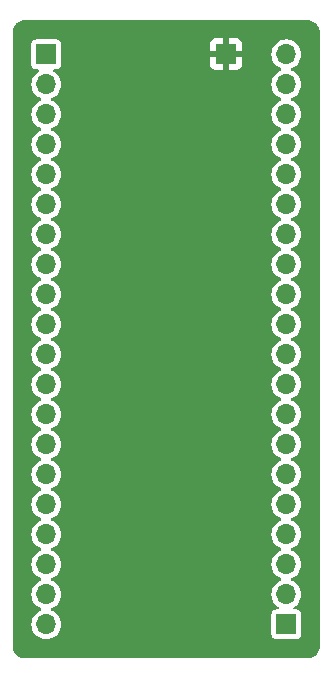
<source format=gbr>
%TF.GenerationSoftware,KiCad,Pcbnew,7.0.10*%
%TF.CreationDate,2024-01-15T01:50:30-05:00*%
%TF.ProjectId,Keyboard-connector-breakout,4b657962-6f61-4726-942d-636f6e6e6563,rev?*%
%TF.SameCoordinates,Original*%
%TF.FileFunction,Copper,L2,Bot*%
%TF.FilePolarity,Positive*%
%FSLAX46Y46*%
G04 Gerber Fmt 4.6, Leading zero omitted, Abs format (unit mm)*
G04 Created by KiCad (PCBNEW 7.0.10) date 2024-01-15 01:50:30*
%MOMM*%
%LPD*%
G01*
G04 APERTURE LIST*
%TA.AperFunction,ComponentPad*%
%ADD10R,1.700000X1.700000*%
%TD*%
%TA.AperFunction,ComponentPad*%
%ADD11O,1.700000X1.700000*%
%TD*%
%TA.AperFunction,ViaPad*%
%ADD12C,0.800000*%
%TD*%
G04 APERTURE END LIST*
D10*
%TO.P,J4,1,Pin_1*%
%TO.N,GND*%
X5080000Y24130000D03*
%TD*%
%TO.P,J3,1,Pin_1*%
%TO.N,Net-(J1-Pin_2)*%
X10160000Y-24130000D03*
D11*
%TO.P,J3,2,Pin_2*%
%TO.N,Net-(J1-Pin_4)*%
X10160000Y-21590000D03*
%TO.P,J3,3,Pin_3*%
%TO.N,Net-(J1-Pin_6)*%
X10160000Y-19050000D03*
%TO.P,J3,4,Pin_4*%
%TO.N,Net-(J1-Pin_8)*%
X10160000Y-16510000D03*
%TO.P,J3,5,Pin_5*%
%TO.N,Net-(J1-Pin_10)*%
X10160000Y-13970000D03*
%TO.P,J3,6,Pin_6*%
%TO.N,Net-(J1-Pin_12)*%
X10160000Y-11430000D03*
%TO.P,J3,7,Pin_7*%
%TO.N,Net-(J1-Pin_14)*%
X10160000Y-8890000D03*
%TO.P,J3,8,Pin_8*%
%TO.N,Net-(J1-Pin_16)*%
X10160000Y-6350000D03*
%TO.P,J3,9,Pin_9*%
%TO.N,Net-(J1-Pin_18)*%
X10160000Y-3810000D03*
%TO.P,J3,10,Pin_10*%
%TO.N,Net-(J1-Pin_20)*%
X10160000Y-1270000D03*
%TO.P,J3,11,Pin_11*%
%TO.N,Net-(J1-Pin_22)*%
X10160000Y1270000D03*
%TO.P,J3,12,Pin_12*%
%TO.N,Net-(J1-Pin_24)*%
X10160000Y3810000D03*
%TO.P,J3,13,Pin_13*%
%TO.N,Net-(J1-Pin_26)*%
X10160000Y6350000D03*
%TO.P,J3,14,Pin_14*%
%TO.N,Net-(J1-Pin_28)*%
X10160000Y8890000D03*
%TO.P,J3,15,Pin_15*%
%TO.N,Net-(J1-Pin_30)*%
X10160000Y11430000D03*
%TO.P,J3,16,Pin_16*%
%TO.N,Net-(J1-Pin_32)*%
X10160000Y13970000D03*
%TO.P,J3,17,Pin_17*%
%TO.N,Net-(J1-Pin_34)*%
X10160000Y16510000D03*
%TO.P,J3,18,Pin_18*%
%TO.N,Net-(J1-Pin_36)*%
X10160000Y19050000D03*
%TO.P,J3,19,Pin_19*%
%TO.N,Net-(J1-Pin_38)*%
X10160000Y21590000D03*
%TO.P,J3,20,Pin_20*%
%TO.N,Net-(J1-Pin_40)*%
X10160000Y24130000D03*
%TD*%
D10*
%TO.P,J2,1,Pin_1*%
%TO.N,Net-(J1-Pin_39)*%
X-10160000Y24130000D03*
D11*
%TO.P,J2,2,Pin_2*%
%TO.N,Net-(J1-Pin_37)*%
X-10160000Y21590000D03*
%TO.P,J2,3,Pin_3*%
%TO.N,Net-(J1-Pin_35)*%
X-10160000Y19050000D03*
%TO.P,J2,4,Pin_4*%
%TO.N,Net-(J1-Pin_33)*%
X-10160000Y16510000D03*
%TO.P,J2,5,Pin_5*%
%TO.N,Net-(J1-Pin_31)*%
X-10160000Y13970000D03*
%TO.P,J2,6,Pin_6*%
%TO.N,Net-(J1-Pin_29)*%
X-10160000Y11430000D03*
%TO.P,J2,7,Pin_7*%
%TO.N,Net-(J1-Pin_27)*%
X-10160000Y8890000D03*
%TO.P,J2,8,Pin_8*%
%TO.N,Net-(J1-Pin_25)*%
X-10160000Y6350000D03*
%TO.P,J2,9,Pin_9*%
%TO.N,Net-(J1-Pin_23)*%
X-10160000Y3810000D03*
%TO.P,J2,10,Pin_10*%
%TO.N,Net-(J1-Pin_21)*%
X-10160000Y1270000D03*
%TO.P,J2,11,Pin_11*%
%TO.N,Net-(J1-Pin_19)*%
X-10160000Y-1270000D03*
%TO.P,J2,12,Pin_12*%
%TO.N,Net-(J1-Pin_17)*%
X-10160000Y-3810000D03*
%TO.P,J2,13,Pin_13*%
%TO.N,Net-(J1-Pin_15)*%
X-10160000Y-6350000D03*
%TO.P,J2,14,Pin_14*%
%TO.N,Net-(J1-Pin_13)*%
X-10160000Y-8890000D03*
%TO.P,J2,15,Pin_15*%
%TO.N,Net-(J1-Pin_11)*%
X-10160000Y-11430000D03*
%TO.P,J2,16,Pin_16*%
%TO.N,Net-(J1-Pin_9)*%
X-10160000Y-13970000D03*
%TO.P,J2,17,Pin_17*%
%TO.N,Net-(J1-Pin_7)*%
X-10160000Y-16510000D03*
%TO.P,J2,18,Pin_18*%
%TO.N,Net-(J1-Pin_5)*%
X-10160000Y-19050000D03*
%TO.P,J2,19,Pin_19*%
%TO.N,Net-(J1-Pin_3)*%
X-10160000Y-21590000D03*
%TO.P,J2,20,Pin_20*%
%TO.N,Net-(J1-Pin_1)*%
X-10160000Y-24130000D03*
%TD*%
D12*
%TO.N,GND*%
X0Y0D03*
%TD*%
%TA.AperFunction,Conductor*%
%TO.N,GND*%
G36*
X12005392Y26999028D02*
G01*
X12009760Y26998646D01*
X12044776Y26995581D01*
X12046116Y26995456D01*
X12171760Y26983082D01*
X12191700Y26979454D01*
X12256382Y26962123D01*
X12260285Y26961008D01*
X12351562Y26933319D01*
X12367971Y26927041D01*
X12433835Y26896328D01*
X12439884Y26893304D01*
X12519046Y26850990D01*
X12531715Y26843207D01*
X12592889Y26800373D01*
X12600430Y26794652D01*
X12668455Y26738826D01*
X12677472Y26730653D01*
X12730653Y26677472D01*
X12738826Y26668455D01*
X12794652Y26600430D01*
X12800373Y26592889D01*
X12843207Y26531715D01*
X12850990Y26519046D01*
X12893304Y26439884D01*
X12896328Y26433835D01*
X12927041Y26367971D01*
X12933319Y26351562D01*
X12961008Y26260285D01*
X12962123Y26256382D01*
X12979454Y26191700D01*
X12983082Y26171760D01*
X12995456Y26046116D01*
X12995581Y26044776D01*
X12999028Y26005396D01*
X12999500Y25994583D01*
X12999500Y-25994583D01*
X12999028Y-26005396D01*
X12995581Y-26044776D01*
X12995456Y-26046116D01*
X12983082Y-26171760D01*
X12979454Y-26191700D01*
X12962123Y-26256382D01*
X12961008Y-26260285D01*
X12933319Y-26351562D01*
X12927041Y-26367971D01*
X12896328Y-26433835D01*
X12893304Y-26439884D01*
X12850990Y-26519046D01*
X12843207Y-26531715D01*
X12800373Y-26592889D01*
X12794652Y-26600430D01*
X12738826Y-26668455D01*
X12730653Y-26677472D01*
X12677472Y-26730653D01*
X12668455Y-26738826D01*
X12600430Y-26794652D01*
X12592889Y-26800373D01*
X12531715Y-26843207D01*
X12519046Y-26850990D01*
X12439884Y-26893304D01*
X12433835Y-26896328D01*
X12367971Y-26927041D01*
X12351562Y-26933319D01*
X12260285Y-26961008D01*
X12256382Y-26962123D01*
X12191700Y-26979454D01*
X12171760Y-26983082D01*
X12046116Y-26995456D01*
X12044776Y-26995581D01*
X12009760Y-26998646D01*
X12005392Y-26999028D01*
X11994584Y-26999500D01*
X-11994584Y-26999500D01*
X-12005392Y-26999028D01*
X-12009760Y-26998646D01*
X-12044776Y-26995581D01*
X-12046116Y-26995456D01*
X-12171759Y-26983082D01*
X-12191699Y-26979454D01*
X-12256366Y-26962127D01*
X-12260269Y-26961013D01*
X-12351563Y-26933319D01*
X-12367972Y-26927040D01*
X-12433832Y-26896329D01*
X-12439880Y-26893305D01*
X-12519056Y-26850985D01*
X-12531727Y-26843201D01*
X-12592881Y-26800380D01*
X-12600422Y-26794659D01*
X-12668461Y-26738821D01*
X-12677477Y-26730649D01*
X-12730649Y-26677477D01*
X-12738821Y-26668461D01*
X-12794659Y-26600422D01*
X-12800380Y-26592881D01*
X-12843201Y-26531727D01*
X-12850985Y-26519056D01*
X-12893305Y-26439880D01*
X-12896329Y-26433832D01*
X-12927040Y-26367972D01*
X-12933319Y-26351563D01*
X-12961013Y-26260269D01*
X-12962127Y-26256366D01*
X-12979454Y-26191699D01*
X-12983082Y-26171759D01*
X-12995456Y-26046116D01*
X-12995581Y-26044776D01*
X-12999028Y-26005396D01*
X-12999500Y-25994583D01*
X-12999500Y-24130000D01*
X-11415277Y-24130000D01*
X-11396207Y-24347977D01*
X-11339575Y-24559330D01*
X-11247102Y-24757639D01*
X-11121598Y-24936877D01*
X-10966877Y-25091598D01*
X-10787639Y-25217102D01*
X-10589330Y-25309575D01*
X-10377977Y-25366207D01*
X-10192462Y-25382437D01*
X-10160002Y-25385277D01*
X-10160000Y-25385277D01*
X-10159998Y-25385277D01*
X-10129787Y-25382633D01*
X-9942023Y-25366207D01*
X-9730670Y-25309575D01*
X-9532361Y-25217102D01*
X-9353123Y-25091598D01*
X-9198402Y-24936877D01*
X-9072898Y-24757639D01*
X-9072897Y-24757638D01*
X-9026661Y-24658484D01*
X-8980425Y-24559330D01*
X-8980424Y-24559326D01*
X-8980422Y-24559322D01*
X-8923793Y-24347979D01*
X-8923793Y-24347975D01*
X-8904723Y-24130002D01*
X-8904723Y-24129997D01*
X-8923793Y-23912024D01*
X-8923793Y-23912020D01*
X-8980422Y-23700677D01*
X-8980426Y-23700668D01*
X-9072898Y-23502361D01*
X-9072900Y-23502357D01*
X-9198400Y-23323124D01*
X-9353122Y-23168403D01*
X-9372695Y-23154698D01*
X-9394462Y-23139455D01*
X-9532361Y-23042897D01*
X-9683583Y-22972382D01*
X-9736022Y-22926210D01*
X-9755174Y-22859016D01*
X-9734958Y-22792135D01*
X-9683583Y-22747618D01*
X-9532361Y-22677102D01*
X-9499261Y-22653925D01*
X-9353123Y-22551598D01*
X-9198402Y-22396877D01*
X-9072898Y-22217639D01*
X-9072897Y-22217638D01*
X-9026661Y-22118484D01*
X-8980425Y-22019330D01*
X-8980424Y-22019326D01*
X-8980422Y-22019322D01*
X-8923793Y-21807979D01*
X-8923793Y-21807975D01*
X-8904723Y-21590002D01*
X8904723Y-21590002D01*
X8923793Y-21807975D01*
X8923793Y-21807979D01*
X8980422Y-22019322D01*
X8980424Y-22019326D01*
X8980425Y-22019330D01*
X9026661Y-22118484D01*
X9072897Y-22217638D01*
X9072898Y-22217639D01*
X9198402Y-22396877D01*
X9353123Y-22551598D01*
X9499263Y-22653926D01*
X9542887Y-22708502D01*
X9550081Y-22778000D01*
X9518558Y-22840355D01*
X9458328Y-22875769D01*
X9428140Y-22879500D01*
X9278482Y-22879500D01*
X9197519Y-22892323D01*
X9184696Y-22894354D01*
X9071658Y-22951950D01*
X9071657Y-22951951D01*
X9071652Y-22951954D01*
X8981954Y-23041652D01*
X8981951Y-23041657D01*
X8981950Y-23041658D01*
X8962751Y-23079337D01*
X8924352Y-23154698D01*
X8909500Y-23248475D01*
X8909500Y-25011517D01*
X8920292Y-25079657D01*
X8924354Y-25105304D01*
X8981950Y-25218342D01*
X8981952Y-25218344D01*
X8981954Y-25218347D01*
X9071652Y-25308045D01*
X9071654Y-25308046D01*
X9071658Y-25308050D01*
X9184694Y-25365645D01*
X9184698Y-25365647D01*
X9278475Y-25380499D01*
X9278481Y-25380500D01*
X11041518Y-25380499D01*
X11135304Y-25365646D01*
X11248342Y-25308050D01*
X11338050Y-25218342D01*
X11395646Y-25105304D01*
X11395646Y-25105302D01*
X11395647Y-25105301D01*
X11410499Y-25011524D01*
X11410500Y-25011519D01*
X11410499Y-23248482D01*
X11395646Y-23154696D01*
X11338050Y-23041658D01*
X11338046Y-23041654D01*
X11338045Y-23041652D01*
X11248347Y-22951954D01*
X11248344Y-22951952D01*
X11248342Y-22951950D01*
X11171517Y-22912805D01*
X11135301Y-22894352D01*
X11041524Y-22879500D01*
X10891862Y-22879500D01*
X10824823Y-22859815D01*
X10779068Y-22807011D01*
X10769124Y-22737853D01*
X10798149Y-22674297D01*
X10820734Y-22653928D01*
X10966877Y-22551598D01*
X11121598Y-22396877D01*
X11247102Y-22217639D01*
X11339575Y-22019330D01*
X11396207Y-21807977D01*
X11415277Y-21590000D01*
X11396207Y-21372023D01*
X11339575Y-21160670D01*
X11247102Y-20962362D01*
X11247100Y-20962359D01*
X11247099Y-20962357D01*
X11121599Y-20783124D01*
X11121596Y-20783121D01*
X10966877Y-20628402D01*
X10787639Y-20502898D01*
X10636414Y-20432381D01*
X10583977Y-20386210D01*
X10564825Y-20319016D01*
X10585041Y-20252135D01*
X10636414Y-20207618D01*
X10787639Y-20137102D01*
X10966877Y-20011598D01*
X11121598Y-19856877D01*
X11247102Y-19677639D01*
X11339575Y-19479330D01*
X11396207Y-19267977D01*
X11415277Y-19050000D01*
X11396207Y-18832023D01*
X11339575Y-18620670D01*
X11247102Y-18422362D01*
X11247100Y-18422359D01*
X11247099Y-18422357D01*
X11121599Y-18243124D01*
X11121596Y-18243121D01*
X10966877Y-18088402D01*
X10787639Y-17962898D01*
X10636414Y-17892381D01*
X10583977Y-17846210D01*
X10564825Y-17779016D01*
X10585041Y-17712135D01*
X10636414Y-17667618D01*
X10787639Y-17597102D01*
X10966877Y-17471598D01*
X11121598Y-17316877D01*
X11247102Y-17137639D01*
X11339575Y-16939330D01*
X11396207Y-16727977D01*
X11415277Y-16510000D01*
X11396207Y-16292023D01*
X11339575Y-16080670D01*
X11247102Y-15882362D01*
X11247100Y-15882359D01*
X11247099Y-15882357D01*
X11121599Y-15703124D01*
X11121596Y-15703121D01*
X10966877Y-15548402D01*
X10787639Y-15422898D01*
X10636414Y-15352381D01*
X10583977Y-15306210D01*
X10564825Y-15239016D01*
X10585041Y-15172135D01*
X10636414Y-15127618D01*
X10787639Y-15057102D01*
X10966877Y-14931598D01*
X11121598Y-14776877D01*
X11247102Y-14597639D01*
X11339575Y-14399330D01*
X11396207Y-14187977D01*
X11415277Y-13970000D01*
X11396207Y-13752023D01*
X11339575Y-13540670D01*
X11247102Y-13342362D01*
X11247100Y-13342359D01*
X11247099Y-13342357D01*
X11121599Y-13163124D01*
X11121596Y-13163121D01*
X10966877Y-13008402D01*
X10787639Y-12882898D01*
X10636414Y-12812381D01*
X10583977Y-12766210D01*
X10564825Y-12699016D01*
X10585041Y-12632135D01*
X10636414Y-12587618D01*
X10787639Y-12517102D01*
X10966877Y-12391598D01*
X11121598Y-12236877D01*
X11247102Y-12057639D01*
X11339575Y-11859330D01*
X11396207Y-11647977D01*
X11415277Y-11430000D01*
X11396207Y-11212023D01*
X11339575Y-11000670D01*
X11247102Y-10802362D01*
X11247100Y-10802359D01*
X11247099Y-10802357D01*
X11121599Y-10623124D01*
X11121596Y-10623121D01*
X10966877Y-10468402D01*
X10787639Y-10342898D01*
X10636414Y-10272381D01*
X10583977Y-10226210D01*
X10564825Y-10159016D01*
X10585041Y-10092135D01*
X10636414Y-10047618D01*
X10787639Y-9977102D01*
X10966877Y-9851598D01*
X11121598Y-9696877D01*
X11247102Y-9517639D01*
X11339575Y-9319330D01*
X11396207Y-9107977D01*
X11415277Y-8890000D01*
X11396207Y-8672023D01*
X11339575Y-8460670D01*
X11247102Y-8262362D01*
X11247100Y-8262359D01*
X11247099Y-8262357D01*
X11121599Y-8083124D01*
X11121596Y-8083121D01*
X10966877Y-7928402D01*
X10787639Y-7802898D01*
X10636414Y-7732381D01*
X10583977Y-7686210D01*
X10564825Y-7619016D01*
X10585041Y-7552135D01*
X10636414Y-7507618D01*
X10787639Y-7437102D01*
X10966877Y-7311598D01*
X11121598Y-7156877D01*
X11247102Y-6977639D01*
X11339575Y-6779330D01*
X11396207Y-6567977D01*
X11415277Y-6350000D01*
X11396207Y-6132023D01*
X11339575Y-5920670D01*
X11247102Y-5722362D01*
X11247100Y-5722359D01*
X11247099Y-5722357D01*
X11121599Y-5543124D01*
X11121596Y-5543121D01*
X10966877Y-5388402D01*
X10787639Y-5262898D01*
X10636414Y-5192381D01*
X10583977Y-5146210D01*
X10564825Y-5079016D01*
X10585041Y-5012135D01*
X10636414Y-4967618D01*
X10787639Y-4897102D01*
X10966877Y-4771598D01*
X11121598Y-4616877D01*
X11247102Y-4437639D01*
X11339575Y-4239330D01*
X11396207Y-4027977D01*
X11415277Y-3810000D01*
X11396207Y-3592023D01*
X11339575Y-3380670D01*
X11247102Y-3182362D01*
X11247100Y-3182359D01*
X11247099Y-3182357D01*
X11121599Y-3003124D01*
X11121596Y-3003121D01*
X10966877Y-2848402D01*
X10787639Y-2722898D01*
X10636414Y-2652381D01*
X10583977Y-2606210D01*
X10564825Y-2539016D01*
X10585041Y-2472135D01*
X10636414Y-2427618D01*
X10787639Y-2357102D01*
X10966877Y-2231598D01*
X11121598Y-2076877D01*
X11247102Y-1897639D01*
X11339575Y-1699330D01*
X11396207Y-1487977D01*
X11415277Y-1270000D01*
X11396207Y-1052023D01*
X11339575Y-840670D01*
X11247102Y-642362D01*
X11247100Y-642359D01*
X11247099Y-642357D01*
X11121599Y-463124D01*
X11121596Y-463121D01*
X10966877Y-308402D01*
X10787639Y-182898D01*
X10636414Y-112381D01*
X10583977Y-66210D01*
X10564825Y984D01*
X10585041Y67865D01*
X10636414Y112381D01*
X10787639Y182898D01*
X10966877Y308402D01*
X11121598Y463123D01*
X11247102Y642361D01*
X11339575Y840670D01*
X11396207Y1052023D01*
X11415277Y1270000D01*
X11396207Y1487977D01*
X11339575Y1699330D01*
X11247102Y1897638D01*
X11121598Y2076877D01*
X10966877Y2231598D01*
X10787639Y2357102D01*
X10636414Y2427618D01*
X10583977Y2473790D01*
X10564825Y2540984D01*
X10585041Y2607865D01*
X10636414Y2652381D01*
X10787639Y2722898D01*
X10966877Y2848402D01*
X11121598Y3003123D01*
X11247102Y3182361D01*
X11339575Y3380670D01*
X11396207Y3592023D01*
X11415277Y3810000D01*
X11396207Y4027977D01*
X11339575Y4239330D01*
X11247102Y4437638D01*
X11121598Y4616877D01*
X10966877Y4771598D01*
X10787639Y4897102D01*
X10636414Y4967618D01*
X10583977Y5013790D01*
X10564825Y5080984D01*
X10585041Y5147865D01*
X10636414Y5192381D01*
X10787639Y5262898D01*
X10966877Y5388402D01*
X11121598Y5543123D01*
X11247102Y5722361D01*
X11339575Y5920670D01*
X11396207Y6132023D01*
X11415277Y6350000D01*
X11396207Y6567977D01*
X11339575Y6779330D01*
X11247102Y6977638D01*
X11121598Y7156877D01*
X10966877Y7311598D01*
X10787639Y7437102D01*
X10636414Y7507618D01*
X10583977Y7553790D01*
X10564825Y7620984D01*
X10585041Y7687865D01*
X10636414Y7732381D01*
X10787639Y7802898D01*
X10966877Y7928402D01*
X11121598Y8083123D01*
X11247102Y8262361D01*
X11339575Y8460670D01*
X11396207Y8672023D01*
X11415277Y8890000D01*
X11396207Y9107977D01*
X11339575Y9319330D01*
X11247102Y9517638D01*
X11121598Y9696877D01*
X10966877Y9851598D01*
X10787639Y9977102D01*
X10636414Y10047618D01*
X10583977Y10093790D01*
X10564825Y10160984D01*
X10585041Y10227865D01*
X10636414Y10272381D01*
X10787639Y10342898D01*
X10966877Y10468402D01*
X11121598Y10623123D01*
X11247102Y10802361D01*
X11339575Y11000670D01*
X11396207Y11212023D01*
X11415277Y11430000D01*
X11396207Y11647977D01*
X11339575Y11859330D01*
X11247102Y12057638D01*
X11121598Y12236877D01*
X10966877Y12391598D01*
X10787639Y12517102D01*
X10636414Y12587618D01*
X10583977Y12633790D01*
X10564825Y12700984D01*
X10585041Y12767865D01*
X10636414Y12812381D01*
X10787639Y12882898D01*
X10966877Y13008402D01*
X11121598Y13163123D01*
X11247102Y13342361D01*
X11339575Y13540670D01*
X11396207Y13752023D01*
X11415277Y13970000D01*
X11396207Y14187977D01*
X11339575Y14399330D01*
X11247102Y14597638D01*
X11121598Y14776877D01*
X10966877Y14931598D01*
X10787639Y15057102D01*
X10636414Y15127618D01*
X10583977Y15173790D01*
X10564825Y15240984D01*
X10585041Y15307865D01*
X10636414Y15352381D01*
X10787639Y15422898D01*
X10966877Y15548402D01*
X11121598Y15703123D01*
X11247102Y15882361D01*
X11339575Y16080670D01*
X11396207Y16292023D01*
X11415277Y16510000D01*
X11396207Y16727977D01*
X11339575Y16939330D01*
X11247102Y17137638D01*
X11121598Y17316877D01*
X10966877Y17471598D01*
X10787639Y17597102D01*
X10636414Y17667618D01*
X10583977Y17713790D01*
X10564825Y17780984D01*
X10585041Y17847865D01*
X10636414Y17892381D01*
X10787639Y17962898D01*
X10966877Y18088402D01*
X11121598Y18243123D01*
X11247102Y18422361D01*
X11339575Y18620670D01*
X11396207Y18832023D01*
X11415277Y19050000D01*
X11396207Y19267977D01*
X11339575Y19479330D01*
X11247102Y19677638D01*
X11121598Y19856877D01*
X10966877Y20011598D01*
X10787639Y20137102D01*
X10636414Y20207618D01*
X10583977Y20253790D01*
X10564825Y20320984D01*
X10585041Y20387865D01*
X10636414Y20432381D01*
X10787639Y20502898D01*
X10966877Y20628402D01*
X11121598Y20783123D01*
X11247102Y20962361D01*
X11339575Y21160670D01*
X11396207Y21372023D01*
X11415277Y21590000D01*
X11396207Y21807977D01*
X11339575Y22019330D01*
X11247102Y22217638D01*
X11121598Y22396877D01*
X10966877Y22551598D01*
X10787639Y22677102D01*
X10636414Y22747618D01*
X10583977Y22793790D01*
X10564825Y22860984D01*
X10585041Y22927865D01*
X10636414Y22972381D01*
X10787639Y23042898D01*
X10966877Y23168402D01*
X11121598Y23323123D01*
X11247102Y23502361D01*
X11339575Y23700670D01*
X11396207Y23912023D01*
X11415277Y24130000D01*
X11396207Y24347977D01*
X11339575Y24559330D01*
X11247102Y24757638D01*
X11121598Y24936877D01*
X10966877Y25091598D01*
X10787639Y25217102D01*
X10589330Y25309575D01*
X10377977Y25366207D01*
X10192462Y25382437D01*
X10160002Y25385277D01*
X10159998Y25385277D01*
X10129787Y25382633D01*
X9942023Y25366207D01*
X9730670Y25309575D01*
X9532362Y25217102D01*
X9532361Y25217101D01*
X9532357Y25217099D01*
X9353121Y25091597D01*
X9198402Y24936878D01*
X9072900Y24757642D01*
X9072898Y24757638D01*
X8980425Y24559330D01*
X8980424Y24559326D01*
X8980422Y24559322D01*
X8923793Y24347979D01*
X8923793Y24347977D01*
X8904723Y24130000D01*
X8923081Y23920156D01*
X8923793Y23912024D01*
X8923793Y23912020D01*
X8980422Y23700677D01*
X8980426Y23700668D01*
X9072897Y23502361D01*
X9198406Y23323118D01*
X9353118Y23168406D01*
X9353121Y23168403D01*
X9353123Y23168402D01*
X9412782Y23126627D01*
X9532361Y23042897D01*
X9683583Y22972381D01*
X9736022Y22926208D01*
X9755174Y22859014D01*
X9734958Y22792133D01*
X9683585Y22747618D01*
X9532362Y22677102D01*
X9532361Y22677101D01*
X9532357Y22677099D01*
X9353121Y22551597D01*
X9198402Y22396878D01*
X9072900Y22217642D01*
X9072898Y22217638D01*
X8980425Y22019330D01*
X8980424Y22019326D01*
X8980422Y22019322D01*
X8923793Y21807979D01*
X8923793Y21807975D01*
X8904723Y21590002D01*
X8904723Y21589997D01*
X8923793Y21372024D01*
X8923793Y21372020D01*
X8980422Y21160677D01*
X8980426Y21160668D01*
X9072897Y20962361D01*
X9198406Y20783118D01*
X9353118Y20628406D01*
X9353121Y20628403D01*
X9353123Y20628402D01*
X9412782Y20586627D01*
X9532361Y20502897D01*
X9683583Y20432381D01*
X9736022Y20386208D01*
X9755174Y20319014D01*
X9734958Y20252133D01*
X9683585Y20207618D01*
X9532362Y20137102D01*
X9532361Y20137101D01*
X9532357Y20137099D01*
X9353121Y20011597D01*
X9198402Y19856878D01*
X9072900Y19677642D01*
X9072898Y19677638D01*
X8980425Y19479330D01*
X8980424Y19479326D01*
X8980422Y19479322D01*
X8923793Y19267979D01*
X8923793Y19267975D01*
X8904723Y19050002D01*
X8904723Y19049997D01*
X8923793Y18832024D01*
X8923793Y18832020D01*
X8980422Y18620677D01*
X8980426Y18620668D01*
X9072897Y18422361D01*
X9198406Y18243118D01*
X9353118Y18088406D01*
X9353121Y18088403D01*
X9353123Y18088402D01*
X9412782Y18046627D01*
X9532361Y17962897D01*
X9683583Y17892381D01*
X9736022Y17846208D01*
X9755174Y17779014D01*
X9734958Y17712133D01*
X9683585Y17667618D01*
X9532362Y17597102D01*
X9532361Y17597101D01*
X9532357Y17597099D01*
X9353121Y17471597D01*
X9198402Y17316878D01*
X9072900Y17137642D01*
X9072898Y17137638D01*
X8980425Y16939330D01*
X8980424Y16939326D01*
X8980422Y16939322D01*
X8923793Y16727979D01*
X8923793Y16727975D01*
X8904723Y16510002D01*
X8904723Y16509997D01*
X8923793Y16292024D01*
X8923793Y16292020D01*
X8980422Y16080677D01*
X8980426Y16080668D01*
X9072897Y15882361D01*
X9198406Y15703118D01*
X9353118Y15548406D01*
X9353121Y15548403D01*
X9353123Y15548402D01*
X9412782Y15506627D01*
X9532361Y15422897D01*
X9683583Y15352381D01*
X9736022Y15306208D01*
X9755174Y15239014D01*
X9734958Y15172133D01*
X9683585Y15127618D01*
X9532362Y15057102D01*
X9532361Y15057101D01*
X9532357Y15057099D01*
X9353121Y14931597D01*
X9198402Y14776878D01*
X9072900Y14597642D01*
X9072898Y14597638D01*
X8980425Y14399330D01*
X8980424Y14399326D01*
X8980422Y14399322D01*
X8923793Y14187979D01*
X8923793Y14187975D01*
X8904723Y13970002D01*
X8904723Y13969997D01*
X8923793Y13752024D01*
X8923793Y13752020D01*
X8980422Y13540677D01*
X8980426Y13540668D01*
X9072897Y13342361D01*
X9198406Y13163118D01*
X9353118Y13008406D01*
X9353121Y13008403D01*
X9353123Y13008402D01*
X9412782Y12966627D01*
X9532361Y12882897D01*
X9683583Y12812381D01*
X9736022Y12766208D01*
X9755174Y12699014D01*
X9734958Y12632133D01*
X9683585Y12587618D01*
X9532362Y12517102D01*
X9532361Y12517101D01*
X9532357Y12517099D01*
X9353121Y12391597D01*
X9198402Y12236878D01*
X9072900Y12057642D01*
X9072898Y12057638D01*
X8980425Y11859330D01*
X8980424Y11859326D01*
X8980422Y11859322D01*
X8923793Y11647979D01*
X8923793Y11647975D01*
X8904723Y11430002D01*
X8904723Y11429997D01*
X8923793Y11212024D01*
X8923793Y11212020D01*
X8980422Y11000677D01*
X8980426Y11000668D01*
X9072897Y10802361D01*
X9198406Y10623118D01*
X9353118Y10468406D01*
X9353121Y10468403D01*
X9353123Y10468402D01*
X9412782Y10426627D01*
X9532361Y10342897D01*
X9683583Y10272381D01*
X9736022Y10226208D01*
X9755174Y10159014D01*
X9734958Y10092133D01*
X9683585Y10047618D01*
X9532362Y9977102D01*
X9532361Y9977101D01*
X9532357Y9977099D01*
X9353121Y9851597D01*
X9198402Y9696878D01*
X9072900Y9517642D01*
X9072898Y9517638D01*
X8980425Y9319330D01*
X8980424Y9319326D01*
X8980422Y9319322D01*
X8923793Y9107979D01*
X8923793Y9107975D01*
X8904723Y8890002D01*
X8904723Y8889997D01*
X8923793Y8672024D01*
X8923793Y8672020D01*
X8980422Y8460677D01*
X8980426Y8460668D01*
X9072897Y8262361D01*
X9198406Y8083118D01*
X9353118Y7928406D01*
X9353121Y7928403D01*
X9353123Y7928402D01*
X9412782Y7886627D01*
X9532361Y7802897D01*
X9683583Y7732381D01*
X9736022Y7686208D01*
X9755174Y7619014D01*
X9734958Y7552133D01*
X9683585Y7507618D01*
X9532362Y7437102D01*
X9532361Y7437101D01*
X9532357Y7437099D01*
X9353121Y7311597D01*
X9198402Y7156878D01*
X9072900Y6977642D01*
X9072898Y6977638D01*
X8980425Y6779330D01*
X8980424Y6779326D01*
X8980422Y6779322D01*
X8923793Y6567979D01*
X8923793Y6567975D01*
X8904723Y6350002D01*
X8904723Y6349997D01*
X8923793Y6132024D01*
X8923793Y6132020D01*
X8980422Y5920677D01*
X8980426Y5920668D01*
X9072897Y5722361D01*
X9198406Y5543118D01*
X9353118Y5388406D01*
X9353121Y5388403D01*
X9353123Y5388402D01*
X9412782Y5346627D01*
X9532361Y5262897D01*
X9683583Y5192381D01*
X9736022Y5146208D01*
X9755174Y5079014D01*
X9734958Y5012133D01*
X9683585Y4967618D01*
X9532362Y4897102D01*
X9532361Y4897101D01*
X9532357Y4897099D01*
X9353121Y4771597D01*
X9198402Y4616878D01*
X9072900Y4437642D01*
X9072898Y4437638D01*
X8980425Y4239330D01*
X8980424Y4239326D01*
X8980422Y4239322D01*
X8923793Y4027979D01*
X8923793Y4027975D01*
X8904723Y3810002D01*
X8904723Y3809997D01*
X8923793Y3592024D01*
X8923793Y3592020D01*
X8980422Y3380677D01*
X8980426Y3380668D01*
X9072897Y3182361D01*
X9198406Y3003118D01*
X9353118Y2848406D01*
X9353121Y2848403D01*
X9353123Y2848402D01*
X9412782Y2806627D01*
X9532361Y2722897D01*
X9683583Y2652381D01*
X9736022Y2606208D01*
X9755174Y2539014D01*
X9734958Y2472133D01*
X9683585Y2427618D01*
X9532362Y2357102D01*
X9532361Y2357101D01*
X9532357Y2357099D01*
X9353121Y2231597D01*
X9198402Y2076878D01*
X9072900Y1897642D01*
X9072898Y1897638D01*
X8980425Y1699330D01*
X8980424Y1699326D01*
X8980422Y1699322D01*
X8923793Y1487979D01*
X8923793Y1487975D01*
X8904723Y1270002D01*
X8904723Y1269997D01*
X8923793Y1052024D01*
X8923793Y1052020D01*
X8980422Y840677D01*
X8980426Y840668D01*
X9072897Y642361D01*
X9198406Y463118D01*
X9353118Y308406D01*
X9353121Y308403D01*
X9353123Y308402D01*
X9412782Y266627D01*
X9532361Y182897D01*
X9683583Y112382D01*
X9736022Y66210D01*
X9755174Y-984D01*
X9734958Y-67865D01*
X9683583Y-112382D01*
X9532361Y-182898D01*
X9532357Y-182900D01*
X9353121Y-308402D01*
X9198402Y-463121D01*
X9072900Y-642357D01*
X9072898Y-642361D01*
X8980426Y-840668D01*
X8980422Y-840677D01*
X8923793Y-1052020D01*
X8923793Y-1052024D01*
X8904723Y-1269997D01*
X8904723Y-1270002D01*
X8923793Y-1487975D01*
X8923793Y-1487979D01*
X8980422Y-1699322D01*
X8980424Y-1699326D01*
X8980425Y-1699330D01*
X9026661Y-1798484D01*
X9072897Y-1897638D01*
X9072898Y-1897639D01*
X9198402Y-2076877D01*
X9353123Y-2231598D01*
X9532360Y-2357101D01*
X9532361Y-2357102D01*
X9683583Y-2427618D01*
X9736022Y-2473790D01*
X9755174Y-2540984D01*
X9734958Y-2607865D01*
X9683583Y-2652382D01*
X9532361Y-2722898D01*
X9532357Y-2722900D01*
X9353121Y-2848402D01*
X9198402Y-3003121D01*
X9072900Y-3182357D01*
X9072898Y-3182361D01*
X8980426Y-3380668D01*
X8980422Y-3380677D01*
X8923793Y-3592020D01*
X8923793Y-3592024D01*
X8904723Y-3809997D01*
X8904723Y-3810002D01*
X8923793Y-4027975D01*
X8923793Y-4027979D01*
X8980422Y-4239322D01*
X8980424Y-4239326D01*
X8980425Y-4239330D01*
X9026661Y-4338484D01*
X9072897Y-4437638D01*
X9072898Y-4437639D01*
X9198402Y-4616877D01*
X9353123Y-4771598D01*
X9532360Y-4897101D01*
X9532361Y-4897102D01*
X9683583Y-4967618D01*
X9736022Y-5013790D01*
X9755174Y-5080984D01*
X9734958Y-5147865D01*
X9683583Y-5192382D01*
X9532361Y-5262898D01*
X9532357Y-5262900D01*
X9353121Y-5388402D01*
X9198402Y-5543121D01*
X9072900Y-5722357D01*
X9072898Y-5722361D01*
X8980426Y-5920668D01*
X8980422Y-5920677D01*
X8923793Y-6132020D01*
X8923793Y-6132024D01*
X8904723Y-6349997D01*
X8904723Y-6350002D01*
X8923793Y-6567975D01*
X8923793Y-6567979D01*
X8980422Y-6779322D01*
X8980424Y-6779326D01*
X8980425Y-6779330D01*
X9026661Y-6878484D01*
X9072897Y-6977638D01*
X9072898Y-6977639D01*
X9198402Y-7156877D01*
X9353123Y-7311598D01*
X9532360Y-7437101D01*
X9532361Y-7437102D01*
X9683583Y-7507618D01*
X9736022Y-7553790D01*
X9755174Y-7620984D01*
X9734958Y-7687865D01*
X9683583Y-7732382D01*
X9532361Y-7802898D01*
X9532357Y-7802900D01*
X9353121Y-7928402D01*
X9198402Y-8083121D01*
X9072900Y-8262357D01*
X9072898Y-8262361D01*
X8980426Y-8460668D01*
X8980422Y-8460677D01*
X8923793Y-8672020D01*
X8923793Y-8672024D01*
X8904723Y-8889997D01*
X8904723Y-8890002D01*
X8923793Y-9107975D01*
X8923793Y-9107979D01*
X8980422Y-9319322D01*
X8980424Y-9319326D01*
X8980425Y-9319330D01*
X9026661Y-9418484D01*
X9072897Y-9517638D01*
X9072898Y-9517639D01*
X9198402Y-9696877D01*
X9353123Y-9851598D01*
X9532360Y-9977101D01*
X9532361Y-9977102D01*
X9683583Y-10047618D01*
X9736022Y-10093790D01*
X9755174Y-10160984D01*
X9734958Y-10227865D01*
X9683583Y-10272382D01*
X9532361Y-10342898D01*
X9532357Y-10342900D01*
X9353121Y-10468402D01*
X9198402Y-10623121D01*
X9072900Y-10802357D01*
X9072898Y-10802361D01*
X8980426Y-11000668D01*
X8980422Y-11000677D01*
X8923793Y-11212020D01*
X8923793Y-11212024D01*
X8904723Y-11429997D01*
X8904723Y-11430002D01*
X8923793Y-11647975D01*
X8923793Y-11647979D01*
X8980422Y-11859322D01*
X8980424Y-11859326D01*
X8980425Y-11859330D01*
X9026661Y-11958484D01*
X9072897Y-12057638D01*
X9072898Y-12057639D01*
X9198402Y-12236877D01*
X9353123Y-12391598D01*
X9532360Y-12517101D01*
X9532361Y-12517102D01*
X9683583Y-12587618D01*
X9736022Y-12633790D01*
X9755174Y-12700984D01*
X9734958Y-12767865D01*
X9683583Y-12812382D01*
X9532361Y-12882898D01*
X9532357Y-12882900D01*
X9353121Y-13008402D01*
X9198402Y-13163121D01*
X9072900Y-13342357D01*
X9072898Y-13342361D01*
X8980426Y-13540668D01*
X8980422Y-13540677D01*
X8923793Y-13752020D01*
X8923793Y-13752024D01*
X8904723Y-13969997D01*
X8904723Y-13970002D01*
X8923793Y-14187975D01*
X8923793Y-14187979D01*
X8980422Y-14399322D01*
X8980424Y-14399326D01*
X8980425Y-14399330D01*
X9026661Y-14498484D01*
X9072897Y-14597638D01*
X9072898Y-14597639D01*
X9198402Y-14776877D01*
X9353123Y-14931598D01*
X9532360Y-15057101D01*
X9532361Y-15057102D01*
X9683583Y-15127618D01*
X9736022Y-15173790D01*
X9755174Y-15240984D01*
X9734958Y-15307865D01*
X9683583Y-15352382D01*
X9532361Y-15422898D01*
X9532357Y-15422900D01*
X9353121Y-15548402D01*
X9198402Y-15703121D01*
X9072900Y-15882357D01*
X9072898Y-15882361D01*
X8980426Y-16080668D01*
X8980422Y-16080677D01*
X8923793Y-16292020D01*
X8923793Y-16292024D01*
X8904723Y-16509997D01*
X8904723Y-16510002D01*
X8923793Y-16727975D01*
X8923793Y-16727979D01*
X8980422Y-16939322D01*
X8980424Y-16939326D01*
X8980425Y-16939330D01*
X9026661Y-17038484D01*
X9072897Y-17137638D01*
X9072898Y-17137639D01*
X9198402Y-17316877D01*
X9353123Y-17471598D01*
X9532360Y-17597101D01*
X9532361Y-17597102D01*
X9683583Y-17667618D01*
X9736022Y-17713790D01*
X9755174Y-17780984D01*
X9734958Y-17847865D01*
X9683583Y-17892382D01*
X9532361Y-17962898D01*
X9532357Y-17962900D01*
X9353121Y-18088402D01*
X9198402Y-18243121D01*
X9072900Y-18422357D01*
X9072898Y-18422361D01*
X8980426Y-18620668D01*
X8980422Y-18620677D01*
X8923793Y-18832020D01*
X8923793Y-18832024D01*
X8904723Y-19049997D01*
X8904723Y-19050002D01*
X8923793Y-19267975D01*
X8923793Y-19267979D01*
X8980422Y-19479322D01*
X8980424Y-19479326D01*
X8980425Y-19479330D01*
X9026661Y-19578484D01*
X9072897Y-19677638D01*
X9072898Y-19677639D01*
X9198402Y-19856877D01*
X9353123Y-20011598D01*
X9532360Y-20137101D01*
X9532361Y-20137102D01*
X9683583Y-20207618D01*
X9736022Y-20253790D01*
X9755174Y-20320984D01*
X9734958Y-20387865D01*
X9683583Y-20432382D01*
X9532361Y-20502898D01*
X9532357Y-20502900D01*
X9353121Y-20628402D01*
X9198402Y-20783121D01*
X9072900Y-20962357D01*
X9072898Y-20962361D01*
X8980426Y-21160668D01*
X8980422Y-21160677D01*
X8923793Y-21372020D01*
X8923793Y-21372024D01*
X8904723Y-21589997D01*
X8904723Y-21590002D01*
X-8904723Y-21590002D01*
X-8904723Y-21589997D01*
X-8923793Y-21372024D01*
X-8923793Y-21372020D01*
X-8980422Y-21160677D01*
X-8980426Y-21160668D01*
X-9072898Y-20962361D01*
X-9072900Y-20962357D01*
X-9198400Y-20783124D01*
X-9353122Y-20628403D01*
X-9532361Y-20502897D01*
X-9683583Y-20432382D01*
X-9736022Y-20386210D01*
X-9755174Y-20319016D01*
X-9734958Y-20252135D01*
X-9683583Y-20207618D01*
X-9532361Y-20137102D01*
X-9532360Y-20137101D01*
X-9353123Y-20011598D01*
X-9198402Y-19856877D01*
X-9072898Y-19677639D01*
X-9072897Y-19677638D01*
X-9026661Y-19578484D01*
X-8980425Y-19479330D01*
X-8980424Y-19479326D01*
X-8980422Y-19479322D01*
X-8923793Y-19267979D01*
X-8923793Y-19267975D01*
X-8904723Y-19050002D01*
X-8904723Y-19049997D01*
X-8923793Y-18832024D01*
X-8923793Y-18832020D01*
X-8980422Y-18620677D01*
X-8980426Y-18620668D01*
X-9072898Y-18422361D01*
X-9072900Y-18422357D01*
X-9198400Y-18243124D01*
X-9353122Y-18088403D01*
X-9532361Y-17962897D01*
X-9683583Y-17892382D01*
X-9736022Y-17846210D01*
X-9755174Y-17779016D01*
X-9734958Y-17712135D01*
X-9683583Y-17667618D01*
X-9532361Y-17597102D01*
X-9532360Y-17597101D01*
X-9353123Y-17471598D01*
X-9198402Y-17316877D01*
X-9072898Y-17137639D01*
X-9072897Y-17137638D01*
X-9026661Y-17038484D01*
X-8980425Y-16939330D01*
X-8980424Y-16939326D01*
X-8980422Y-16939322D01*
X-8923793Y-16727979D01*
X-8923793Y-16727975D01*
X-8904723Y-16510002D01*
X-8904723Y-16509997D01*
X-8923793Y-16292024D01*
X-8923793Y-16292020D01*
X-8980422Y-16080677D01*
X-8980426Y-16080668D01*
X-9072898Y-15882361D01*
X-9072900Y-15882357D01*
X-9198400Y-15703124D01*
X-9353122Y-15548403D01*
X-9532361Y-15422897D01*
X-9683583Y-15352382D01*
X-9736022Y-15306210D01*
X-9755174Y-15239016D01*
X-9734958Y-15172135D01*
X-9683583Y-15127618D01*
X-9532361Y-15057102D01*
X-9532360Y-15057101D01*
X-9353123Y-14931598D01*
X-9198402Y-14776877D01*
X-9072898Y-14597639D01*
X-9072897Y-14597638D01*
X-9026661Y-14498484D01*
X-8980425Y-14399330D01*
X-8980424Y-14399326D01*
X-8980422Y-14399322D01*
X-8923793Y-14187979D01*
X-8923793Y-14187975D01*
X-8904723Y-13970002D01*
X-8904723Y-13969997D01*
X-8923793Y-13752024D01*
X-8923793Y-13752020D01*
X-8980422Y-13540677D01*
X-8980426Y-13540668D01*
X-9072898Y-13342361D01*
X-9072900Y-13342357D01*
X-9198400Y-13163124D01*
X-9353122Y-13008403D01*
X-9532361Y-12882897D01*
X-9683583Y-12812382D01*
X-9736022Y-12766210D01*
X-9755174Y-12699016D01*
X-9734958Y-12632135D01*
X-9683583Y-12587618D01*
X-9532361Y-12517102D01*
X-9532360Y-12517101D01*
X-9353123Y-12391598D01*
X-9198402Y-12236877D01*
X-9072898Y-12057639D01*
X-9072897Y-12057638D01*
X-9026661Y-11958484D01*
X-8980425Y-11859330D01*
X-8980424Y-11859326D01*
X-8980422Y-11859322D01*
X-8923793Y-11647979D01*
X-8923793Y-11647975D01*
X-8904723Y-11430002D01*
X-8904723Y-11429997D01*
X-8923793Y-11212024D01*
X-8923793Y-11212020D01*
X-8980422Y-11000677D01*
X-8980426Y-11000668D01*
X-9072898Y-10802361D01*
X-9072900Y-10802357D01*
X-9198400Y-10623124D01*
X-9353122Y-10468403D01*
X-9532361Y-10342897D01*
X-9683583Y-10272382D01*
X-9736022Y-10226210D01*
X-9755174Y-10159016D01*
X-9734958Y-10092135D01*
X-9683583Y-10047618D01*
X-9532361Y-9977102D01*
X-9532360Y-9977101D01*
X-9353123Y-9851598D01*
X-9198402Y-9696877D01*
X-9072898Y-9517639D01*
X-9072897Y-9517638D01*
X-9026661Y-9418484D01*
X-8980425Y-9319330D01*
X-8980424Y-9319326D01*
X-8980422Y-9319322D01*
X-8923793Y-9107979D01*
X-8923793Y-9107975D01*
X-8904723Y-8890002D01*
X-8904723Y-8889997D01*
X-8923793Y-8672024D01*
X-8923793Y-8672020D01*
X-8980422Y-8460677D01*
X-8980426Y-8460668D01*
X-9072898Y-8262361D01*
X-9072900Y-8262357D01*
X-9198400Y-8083124D01*
X-9353122Y-7928403D01*
X-9532361Y-7802897D01*
X-9683583Y-7732382D01*
X-9736022Y-7686210D01*
X-9755174Y-7619016D01*
X-9734958Y-7552135D01*
X-9683583Y-7507618D01*
X-9532361Y-7437102D01*
X-9532360Y-7437101D01*
X-9353123Y-7311598D01*
X-9198402Y-7156877D01*
X-9072898Y-6977639D01*
X-9072897Y-6977638D01*
X-9026661Y-6878484D01*
X-8980425Y-6779330D01*
X-8980424Y-6779326D01*
X-8980422Y-6779322D01*
X-8923793Y-6567979D01*
X-8923793Y-6567975D01*
X-8904723Y-6350002D01*
X-8904723Y-6349997D01*
X-8923793Y-6132024D01*
X-8923793Y-6132020D01*
X-8980422Y-5920677D01*
X-8980426Y-5920668D01*
X-9072898Y-5722361D01*
X-9072900Y-5722357D01*
X-9198400Y-5543124D01*
X-9353122Y-5388403D01*
X-9532361Y-5262897D01*
X-9683583Y-5192382D01*
X-9736022Y-5146210D01*
X-9755174Y-5079016D01*
X-9734958Y-5012135D01*
X-9683583Y-4967618D01*
X-9532361Y-4897102D01*
X-9532360Y-4897101D01*
X-9353123Y-4771598D01*
X-9198402Y-4616877D01*
X-9072898Y-4437639D01*
X-9072897Y-4437638D01*
X-9026661Y-4338484D01*
X-8980425Y-4239330D01*
X-8980424Y-4239326D01*
X-8980422Y-4239322D01*
X-8923793Y-4027979D01*
X-8923793Y-4027975D01*
X-8904723Y-3810002D01*
X-8904723Y-3809997D01*
X-8923793Y-3592024D01*
X-8923793Y-3592020D01*
X-8980422Y-3380677D01*
X-8980426Y-3380668D01*
X-9072898Y-3182361D01*
X-9072900Y-3182357D01*
X-9198400Y-3003124D01*
X-9353122Y-2848403D01*
X-9532361Y-2722897D01*
X-9683583Y-2652382D01*
X-9736022Y-2606210D01*
X-9755174Y-2539016D01*
X-9734958Y-2472135D01*
X-9683583Y-2427618D01*
X-9532361Y-2357102D01*
X-9532360Y-2357101D01*
X-9353123Y-2231598D01*
X-9198402Y-2076877D01*
X-9072898Y-1897639D01*
X-9072897Y-1897638D01*
X-9026661Y-1798484D01*
X-8980425Y-1699330D01*
X-8980424Y-1699326D01*
X-8980422Y-1699322D01*
X-8923793Y-1487979D01*
X-8923793Y-1487975D01*
X-8904723Y-1270002D01*
X-8904723Y-1269997D01*
X-8923793Y-1052024D01*
X-8923793Y-1052020D01*
X-8980422Y-840677D01*
X-8980426Y-840668D01*
X-9072898Y-642361D01*
X-9072900Y-642357D01*
X-9198400Y-463124D01*
X-9353122Y-308403D01*
X-9532361Y-182897D01*
X-9683583Y-112382D01*
X-9736022Y-66210D01*
X-9755174Y984D01*
X-9734958Y67865D01*
X-9683583Y112382D01*
X-9532361Y182897D01*
X-9412782Y266627D01*
X-9353123Y308402D01*
X-9353121Y308403D01*
X-9353118Y308406D01*
X-9198406Y463118D01*
X-9072897Y642361D01*
X-8980426Y840668D01*
X-8980422Y840677D01*
X-8923793Y1052020D01*
X-8923793Y1052024D01*
X-8904723Y1269997D01*
X-8904723Y1270002D01*
X-8923793Y1487975D01*
X-8923793Y1487979D01*
X-8980422Y1699322D01*
X-8980424Y1699326D01*
X-8980425Y1699330D01*
X-9072898Y1897638D01*
X-9072900Y1897642D01*
X-9198400Y2076875D01*
X-9198403Y2076878D01*
X-9353123Y2231598D01*
X-9532361Y2357102D01*
X-9683583Y2427618D01*
X-9736022Y2473790D01*
X-9755174Y2540984D01*
X-9734958Y2607865D01*
X-9683583Y2652382D01*
X-9532361Y2722897D01*
X-9412782Y2806627D01*
X-9353123Y2848402D01*
X-9353121Y2848403D01*
X-9353118Y2848406D01*
X-9198406Y3003118D01*
X-9072897Y3182361D01*
X-8980426Y3380668D01*
X-8980422Y3380677D01*
X-8923793Y3592020D01*
X-8923793Y3592024D01*
X-8904723Y3809997D01*
X-8904723Y3810002D01*
X-8923793Y4027975D01*
X-8923793Y4027979D01*
X-8980422Y4239322D01*
X-8980424Y4239326D01*
X-8980425Y4239330D01*
X-9072898Y4437638D01*
X-9072900Y4437642D01*
X-9198400Y4616875D01*
X-9198403Y4616878D01*
X-9353123Y4771598D01*
X-9532361Y4897102D01*
X-9683583Y4967618D01*
X-9736022Y5013790D01*
X-9755174Y5080984D01*
X-9734958Y5147865D01*
X-9683583Y5192382D01*
X-9532361Y5262897D01*
X-9412782Y5346627D01*
X-9353123Y5388402D01*
X-9353121Y5388403D01*
X-9353118Y5388406D01*
X-9198406Y5543118D01*
X-9072897Y5722361D01*
X-8980426Y5920668D01*
X-8980422Y5920677D01*
X-8923793Y6132020D01*
X-8923793Y6132024D01*
X-8904723Y6349997D01*
X-8904723Y6350002D01*
X-8923793Y6567975D01*
X-8923793Y6567979D01*
X-8980422Y6779322D01*
X-8980424Y6779326D01*
X-8980425Y6779330D01*
X-9072898Y6977638D01*
X-9072900Y6977642D01*
X-9198400Y7156875D01*
X-9198403Y7156878D01*
X-9353123Y7311598D01*
X-9532361Y7437102D01*
X-9683583Y7507618D01*
X-9736022Y7553790D01*
X-9755174Y7620984D01*
X-9734958Y7687865D01*
X-9683583Y7732382D01*
X-9532361Y7802897D01*
X-9412782Y7886627D01*
X-9353123Y7928402D01*
X-9353121Y7928403D01*
X-9353118Y7928406D01*
X-9198406Y8083118D01*
X-9072897Y8262361D01*
X-8980426Y8460668D01*
X-8980422Y8460677D01*
X-8923793Y8672020D01*
X-8923793Y8672024D01*
X-8904723Y8889997D01*
X-8904723Y8890002D01*
X-8923793Y9107975D01*
X-8923793Y9107979D01*
X-8980422Y9319322D01*
X-8980424Y9319326D01*
X-8980425Y9319330D01*
X-9072898Y9517638D01*
X-9072900Y9517642D01*
X-9198400Y9696875D01*
X-9198403Y9696878D01*
X-9353123Y9851598D01*
X-9532361Y9977102D01*
X-9683583Y10047618D01*
X-9736022Y10093790D01*
X-9755174Y10160984D01*
X-9734958Y10227865D01*
X-9683583Y10272382D01*
X-9532361Y10342897D01*
X-9412782Y10426627D01*
X-9353123Y10468402D01*
X-9353121Y10468403D01*
X-9353118Y10468406D01*
X-9198406Y10623118D01*
X-9072897Y10802361D01*
X-8980426Y11000668D01*
X-8980422Y11000677D01*
X-8923793Y11212020D01*
X-8923793Y11212024D01*
X-8904723Y11429997D01*
X-8904723Y11430002D01*
X-8923793Y11647975D01*
X-8923793Y11647979D01*
X-8980422Y11859322D01*
X-8980424Y11859326D01*
X-8980425Y11859330D01*
X-9072898Y12057638D01*
X-9072900Y12057642D01*
X-9198400Y12236875D01*
X-9198403Y12236878D01*
X-9353123Y12391598D01*
X-9532361Y12517102D01*
X-9683583Y12587618D01*
X-9736022Y12633790D01*
X-9755174Y12700984D01*
X-9734958Y12767865D01*
X-9683583Y12812382D01*
X-9532361Y12882897D01*
X-9412782Y12966627D01*
X-9353123Y13008402D01*
X-9353121Y13008403D01*
X-9353118Y13008406D01*
X-9198406Y13163118D01*
X-9072897Y13342361D01*
X-8980426Y13540668D01*
X-8980422Y13540677D01*
X-8923793Y13752020D01*
X-8923793Y13752024D01*
X-8904723Y13969997D01*
X-8904723Y13970002D01*
X-8923793Y14187975D01*
X-8923793Y14187979D01*
X-8980422Y14399322D01*
X-8980424Y14399326D01*
X-8980425Y14399330D01*
X-9072898Y14597638D01*
X-9072900Y14597642D01*
X-9198400Y14776875D01*
X-9198403Y14776878D01*
X-9353123Y14931598D01*
X-9532361Y15057102D01*
X-9683583Y15127618D01*
X-9736022Y15173790D01*
X-9755174Y15240984D01*
X-9734958Y15307865D01*
X-9683583Y15352382D01*
X-9532361Y15422897D01*
X-9412782Y15506627D01*
X-9353123Y15548402D01*
X-9353121Y15548403D01*
X-9353118Y15548406D01*
X-9198406Y15703118D01*
X-9072897Y15882361D01*
X-8980426Y16080668D01*
X-8980422Y16080677D01*
X-8923793Y16292020D01*
X-8923793Y16292024D01*
X-8904723Y16509997D01*
X-8904723Y16510002D01*
X-8923793Y16727975D01*
X-8923793Y16727979D01*
X-8980422Y16939322D01*
X-8980424Y16939326D01*
X-8980425Y16939330D01*
X-9072898Y17137638D01*
X-9072900Y17137642D01*
X-9198400Y17316875D01*
X-9198403Y17316878D01*
X-9353123Y17471598D01*
X-9532361Y17597102D01*
X-9683583Y17667618D01*
X-9736022Y17713790D01*
X-9755174Y17780984D01*
X-9734958Y17847865D01*
X-9683583Y17892382D01*
X-9532361Y17962897D01*
X-9412782Y18046627D01*
X-9353123Y18088402D01*
X-9353121Y18088403D01*
X-9353118Y18088406D01*
X-9198406Y18243118D01*
X-9072897Y18422361D01*
X-8980426Y18620668D01*
X-8980422Y18620677D01*
X-8923793Y18832020D01*
X-8923793Y18832024D01*
X-8904723Y19049997D01*
X-8904723Y19050002D01*
X-8923793Y19267975D01*
X-8923793Y19267979D01*
X-8980422Y19479322D01*
X-8980424Y19479326D01*
X-8980425Y19479330D01*
X-9072898Y19677638D01*
X-9072900Y19677642D01*
X-9198400Y19856875D01*
X-9198403Y19856878D01*
X-9353123Y20011598D01*
X-9532361Y20137102D01*
X-9683583Y20207618D01*
X-9736022Y20253790D01*
X-9755174Y20320984D01*
X-9734958Y20387865D01*
X-9683583Y20432382D01*
X-9532361Y20502897D01*
X-9412782Y20586627D01*
X-9353123Y20628402D01*
X-9353121Y20628403D01*
X-9353118Y20628406D01*
X-9198406Y20783118D01*
X-9072897Y20962361D01*
X-8980426Y21160668D01*
X-8980422Y21160677D01*
X-8923793Y21372020D01*
X-8923793Y21372024D01*
X-8904723Y21589997D01*
X-8904723Y21590002D01*
X-8923793Y21807975D01*
X-8923793Y21807979D01*
X-8980422Y22019322D01*
X-8980424Y22019326D01*
X-8980425Y22019330D01*
X-9072898Y22217638D01*
X-9072900Y22217642D01*
X-9198400Y22396875D01*
X-9198403Y22396878D01*
X-9353123Y22551598D01*
X-9499263Y22653926D01*
X-9542887Y22708502D01*
X-9550081Y22778000D01*
X-9518558Y22840355D01*
X-9458328Y22875769D01*
X-9428140Y22879500D01*
X-9278482Y22879500D01*
X-9197519Y22892323D01*
X-9184696Y22894354D01*
X-9071658Y22951950D01*
X-9071657Y22951951D01*
X-9071652Y22951954D01*
X-8981954Y23041652D01*
X-8981951Y23041657D01*
X-8981318Y23042898D01*
X-8962751Y23079337D01*
X-8924352Y23154698D01*
X-8912085Y23232155D01*
X3730000Y23232155D01*
X3736401Y23172627D01*
X3736403Y23172620D01*
X3786645Y23037913D01*
X3786649Y23037906D01*
X3872809Y22922812D01*
X3872812Y22922809D01*
X3987906Y22836649D01*
X3987913Y22836645D01*
X4122620Y22786403D01*
X4122627Y22786401D01*
X4182155Y22780000D01*
X4830000Y22780000D01*
X4830000Y23694498D01*
X4937685Y23645320D01*
X5044237Y23630000D01*
X5115763Y23630000D01*
X5222315Y23645320D01*
X5330000Y23694498D01*
X5330000Y22780000D01*
X5977844Y22780000D01*
X6037372Y22786401D01*
X6037379Y22786403D01*
X6172086Y22836645D01*
X6172093Y22836649D01*
X6287187Y22922809D01*
X6287190Y22922812D01*
X6373350Y23037906D01*
X6373354Y23037913D01*
X6423596Y23172620D01*
X6423598Y23172627D01*
X6429999Y23232155D01*
X6430000Y23232172D01*
X6430000Y23880000D01*
X5513686Y23880000D01*
X5539493Y23920156D01*
X5580000Y24058111D01*
X5580000Y24201889D01*
X5539493Y24339844D01*
X5513686Y24380000D01*
X6430000Y24380000D01*
X6430000Y25027827D01*
X6429999Y25027844D01*
X6423598Y25087372D01*
X6423596Y25087379D01*
X6373354Y25222086D01*
X6373350Y25222093D01*
X6287190Y25337187D01*
X6287187Y25337190D01*
X6172093Y25423350D01*
X6172086Y25423354D01*
X6037379Y25473596D01*
X6037372Y25473598D01*
X5977844Y25479999D01*
X5977828Y25480000D01*
X5330000Y25480000D01*
X5330000Y24565501D01*
X5222315Y24614680D01*
X5115763Y24630000D01*
X5044237Y24630000D01*
X4937685Y24614680D01*
X4830000Y24565501D01*
X4830000Y25480000D01*
X4182172Y25480000D01*
X4182155Y25479999D01*
X4122627Y25473598D01*
X4122620Y25473596D01*
X3987913Y25423354D01*
X3987906Y25423350D01*
X3872812Y25337190D01*
X3872809Y25337187D01*
X3786649Y25222093D01*
X3786645Y25222086D01*
X3736403Y25087379D01*
X3736401Y25087372D01*
X3730000Y25027844D01*
X3730000Y24380000D01*
X4646314Y24380000D01*
X4620507Y24339844D01*
X4580000Y24201889D01*
X4580000Y24058111D01*
X4620507Y23920156D01*
X4646314Y23880000D01*
X3730000Y23880000D01*
X3730000Y23232155D01*
X-8912085Y23232155D01*
X-8909500Y23248475D01*
X-8909500Y25011517D01*
X-8922183Y25091597D01*
X-8924354Y25105304D01*
X-8981950Y25218342D01*
X-8981952Y25218344D01*
X-8981954Y25218347D01*
X-9071652Y25308045D01*
X-9071654Y25308046D01*
X-9071658Y25308050D01*
X-9184696Y25365646D01*
X-9184698Y25365647D01*
X-9278475Y25380499D01*
X-9278481Y25380500D01*
X-11041518Y25380499D01*
X-11135304Y25365646D01*
X-11248342Y25308050D01*
X-11338050Y25218342D01*
X-11395646Y25105304D01*
X-11395646Y25105302D01*
X-11395647Y25105301D01*
X-11406282Y25038147D01*
X-11410500Y25011519D01*
X-11410499Y23248482D01*
X-11395646Y23154696D01*
X-11338050Y23041658D01*
X-11338046Y23041654D01*
X-11338045Y23041652D01*
X-11248347Y22951954D01*
X-11248344Y22951952D01*
X-11248342Y22951950D01*
X-11171517Y22912805D01*
X-11135301Y22894352D01*
X-11041524Y22879500D01*
X-10891861Y22879500D01*
X-10824822Y22859815D01*
X-10779067Y22807011D01*
X-10769123Y22737853D01*
X-10798148Y22674297D01*
X-10820736Y22653925D01*
X-10966877Y22551598D01*
X-11121598Y22396877D01*
X-11247102Y22217638D01*
X-11339575Y22019330D01*
X-11396207Y21807977D01*
X-11415277Y21590000D01*
X-11396207Y21372023D01*
X-11339575Y21160670D01*
X-11247102Y20962361D01*
X-11121598Y20783123D01*
X-10966877Y20628402D01*
X-10823486Y20527998D01*
X-10787638Y20502897D01*
X-10636416Y20432381D01*
X-10583977Y20386208D01*
X-10564825Y20319015D01*
X-10585041Y20252134D01*
X-10636414Y20207618D01*
X-10787638Y20137102D01*
X-10966877Y20011598D01*
X-11121598Y19856877D01*
X-11247102Y19677638D01*
X-11339575Y19479330D01*
X-11396207Y19267977D01*
X-11415277Y19050000D01*
X-11396207Y18832023D01*
X-11339575Y18620670D01*
X-11247102Y18422361D01*
X-11121598Y18243123D01*
X-10966877Y18088402D01*
X-10823486Y17987998D01*
X-10787638Y17962897D01*
X-10636416Y17892381D01*
X-10583977Y17846208D01*
X-10564825Y17779015D01*
X-10585041Y17712134D01*
X-10636414Y17667618D01*
X-10787638Y17597102D01*
X-10966877Y17471598D01*
X-11121598Y17316877D01*
X-11247102Y17137638D01*
X-11339575Y16939330D01*
X-11396207Y16727977D01*
X-11415277Y16510000D01*
X-11396207Y16292023D01*
X-11339575Y16080670D01*
X-11247102Y15882361D01*
X-11121598Y15703123D01*
X-10966877Y15548402D01*
X-10823486Y15447998D01*
X-10787638Y15422897D01*
X-10636416Y15352381D01*
X-10583977Y15306208D01*
X-10564825Y15239015D01*
X-10585041Y15172134D01*
X-10636414Y15127618D01*
X-10787638Y15057102D01*
X-10966877Y14931598D01*
X-11121598Y14776877D01*
X-11247102Y14597638D01*
X-11339575Y14399330D01*
X-11396207Y14187977D01*
X-11415277Y13970000D01*
X-11396207Y13752023D01*
X-11339575Y13540670D01*
X-11247102Y13342361D01*
X-11121598Y13163123D01*
X-10966877Y13008402D01*
X-10823486Y12907998D01*
X-10787638Y12882897D01*
X-10636416Y12812381D01*
X-10583977Y12766208D01*
X-10564825Y12699015D01*
X-10585041Y12632134D01*
X-10636414Y12587618D01*
X-10787638Y12517102D01*
X-10966877Y12391598D01*
X-11121598Y12236877D01*
X-11247102Y12057638D01*
X-11339575Y11859330D01*
X-11396207Y11647977D01*
X-11415277Y11430000D01*
X-11396207Y11212023D01*
X-11339575Y11000670D01*
X-11247102Y10802361D01*
X-11121598Y10623123D01*
X-10966877Y10468402D01*
X-10823486Y10367998D01*
X-10787638Y10342897D01*
X-10636416Y10272381D01*
X-10583977Y10226208D01*
X-10564825Y10159015D01*
X-10585041Y10092134D01*
X-10636414Y10047618D01*
X-10787638Y9977102D01*
X-10966877Y9851598D01*
X-11121598Y9696877D01*
X-11247102Y9517638D01*
X-11339575Y9319330D01*
X-11396207Y9107977D01*
X-11415277Y8890000D01*
X-11396207Y8672023D01*
X-11339575Y8460670D01*
X-11247102Y8262361D01*
X-11121598Y8083123D01*
X-10966877Y7928402D01*
X-10823486Y7827998D01*
X-10787638Y7802897D01*
X-10636416Y7732381D01*
X-10583977Y7686208D01*
X-10564825Y7619015D01*
X-10585041Y7552134D01*
X-10636414Y7507618D01*
X-10787638Y7437102D01*
X-10966877Y7311598D01*
X-11121598Y7156877D01*
X-11247102Y6977638D01*
X-11339575Y6779330D01*
X-11396207Y6567977D01*
X-11415277Y6350000D01*
X-11396207Y6132023D01*
X-11339575Y5920670D01*
X-11247102Y5722361D01*
X-11121598Y5543123D01*
X-10966877Y5388402D01*
X-10823486Y5287998D01*
X-10787638Y5262897D01*
X-10636416Y5192381D01*
X-10583977Y5146208D01*
X-10564825Y5079015D01*
X-10585041Y5012134D01*
X-10636414Y4967618D01*
X-10787638Y4897102D01*
X-10966877Y4771598D01*
X-11121598Y4616877D01*
X-11247102Y4437638D01*
X-11339575Y4239330D01*
X-11396207Y4027977D01*
X-11415277Y3810000D01*
X-11396207Y3592023D01*
X-11339575Y3380670D01*
X-11247102Y3182361D01*
X-11121598Y3003123D01*
X-10966877Y2848402D01*
X-10823486Y2747998D01*
X-10787638Y2722897D01*
X-10636416Y2652381D01*
X-10583977Y2606208D01*
X-10564825Y2539015D01*
X-10585041Y2472134D01*
X-10636414Y2427618D01*
X-10787638Y2357102D01*
X-10966877Y2231598D01*
X-11121598Y2076877D01*
X-11247102Y1897638D01*
X-11339575Y1699330D01*
X-11396207Y1487977D01*
X-11415277Y1270000D01*
X-11396207Y1052023D01*
X-11339575Y840670D01*
X-11247102Y642361D01*
X-11121598Y463123D01*
X-10966877Y308402D01*
X-10787639Y182898D01*
X-10636414Y112381D01*
X-10583977Y66210D01*
X-10564825Y-984D01*
X-10585041Y-67865D01*
X-10636415Y-112381D01*
X-10787636Y-182897D01*
X-10787638Y-182898D01*
X-10787642Y-182900D01*
X-10966878Y-308402D01*
X-11121597Y-463121D01*
X-11247099Y-642357D01*
X-11247100Y-642359D01*
X-11247102Y-642362D01*
X-11339575Y-840670D01*
X-11396207Y-1052023D01*
X-11415277Y-1270000D01*
X-11396207Y-1487977D01*
X-11339575Y-1699330D01*
X-11247102Y-1897639D01*
X-11121598Y-2076877D01*
X-10966877Y-2231598D01*
X-10787639Y-2357102D01*
X-10636414Y-2427618D01*
X-10583977Y-2473790D01*
X-10564825Y-2540984D01*
X-10585041Y-2607865D01*
X-10636415Y-2652381D01*
X-10787636Y-2722897D01*
X-10787638Y-2722898D01*
X-10787642Y-2722900D01*
X-10966878Y-2848402D01*
X-11121597Y-3003121D01*
X-11247099Y-3182357D01*
X-11247100Y-3182359D01*
X-11247102Y-3182362D01*
X-11339575Y-3380670D01*
X-11396207Y-3592023D01*
X-11415277Y-3810000D01*
X-11396207Y-4027977D01*
X-11339575Y-4239330D01*
X-11247102Y-4437639D01*
X-11121598Y-4616877D01*
X-10966877Y-4771598D01*
X-10787639Y-4897102D01*
X-10636414Y-4967618D01*
X-10583977Y-5013790D01*
X-10564825Y-5080984D01*
X-10585041Y-5147865D01*
X-10636415Y-5192381D01*
X-10787636Y-5262897D01*
X-10787638Y-5262898D01*
X-10787642Y-5262900D01*
X-10966878Y-5388402D01*
X-11121597Y-5543121D01*
X-11247099Y-5722357D01*
X-11247100Y-5722359D01*
X-11247102Y-5722362D01*
X-11339575Y-5920670D01*
X-11396207Y-6132023D01*
X-11415277Y-6350000D01*
X-11396207Y-6567977D01*
X-11339575Y-6779330D01*
X-11247102Y-6977639D01*
X-11121598Y-7156877D01*
X-10966877Y-7311598D01*
X-10787639Y-7437102D01*
X-10636414Y-7507618D01*
X-10583977Y-7553790D01*
X-10564825Y-7620984D01*
X-10585041Y-7687865D01*
X-10636415Y-7732381D01*
X-10787636Y-7802897D01*
X-10787638Y-7802898D01*
X-10787642Y-7802900D01*
X-10966878Y-7928402D01*
X-11121597Y-8083121D01*
X-11247099Y-8262357D01*
X-11247100Y-8262359D01*
X-11247102Y-8262362D01*
X-11339575Y-8460670D01*
X-11396207Y-8672023D01*
X-11415277Y-8890000D01*
X-11396207Y-9107977D01*
X-11339575Y-9319330D01*
X-11247102Y-9517639D01*
X-11121598Y-9696877D01*
X-10966877Y-9851598D01*
X-10787639Y-9977102D01*
X-10636414Y-10047618D01*
X-10583977Y-10093790D01*
X-10564825Y-10160984D01*
X-10585041Y-10227865D01*
X-10636415Y-10272381D01*
X-10787636Y-10342897D01*
X-10787638Y-10342898D01*
X-10787642Y-10342900D01*
X-10966878Y-10468402D01*
X-11121597Y-10623121D01*
X-11247099Y-10802357D01*
X-11247100Y-10802359D01*
X-11247102Y-10802362D01*
X-11339575Y-11000670D01*
X-11396207Y-11212023D01*
X-11415277Y-11430000D01*
X-11396207Y-11647977D01*
X-11339575Y-11859330D01*
X-11247102Y-12057639D01*
X-11121598Y-12236877D01*
X-10966877Y-12391598D01*
X-10787639Y-12517102D01*
X-10636414Y-12587618D01*
X-10583977Y-12633790D01*
X-10564825Y-12700984D01*
X-10585041Y-12767865D01*
X-10636415Y-12812381D01*
X-10787636Y-12882897D01*
X-10787638Y-12882898D01*
X-10787642Y-12882900D01*
X-10966878Y-13008402D01*
X-11121597Y-13163121D01*
X-11247099Y-13342357D01*
X-11247100Y-13342359D01*
X-11247102Y-13342362D01*
X-11339575Y-13540670D01*
X-11396207Y-13752023D01*
X-11415277Y-13970000D01*
X-11396207Y-14187977D01*
X-11339575Y-14399330D01*
X-11247102Y-14597639D01*
X-11121598Y-14776877D01*
X-10966877Y-14931598D01*
X-10787639Y-15057102D01*
X-10636414Y-15127618D01*
X-10583977Y-15173790D01*
X-10564825Y-15240984D01*
X-10585041Y-15307865D01*
X-10636415Y-15352381D01*
X-10787636Y-15422897D01*
X-10787638Y-15422898D01*
X-10787642Y-15422900D01*
X-10966878Y-15548402D01*
X-11121597Y-15703121D01*
X-11247099Y-15882357D01*
X-11247100Y-15882359D01*
X-11247102Y-15882362D01*
X-11339575Y-16080670D01*
X-11396207Y-16292023D01*
X-11415277Y-16510000D01*
X-11396207Y-16727977D01*
X-11339575Y-16939330D01*
X-11247102Y-17137639D01*
X-11121598Y-17316877D01*
X-10966877Y-17471598D01*
X-10787639Y-17597102D01*
X-10636414Y-17667618D01*
X-10583977Y-17713790D01*
X-10564825Y-17780984D01*
X-10585041Y-17847865D01*
X-10636415Y-17892381D01*
X-10787636Y-17962897D01*
X-10787638Y-17962898D01*
X-10787642Y-17962900D01*
X-10966878Y-18088402D01*
X-11121597Y-18243121D01*
X-11247099Y-18422357D01*
X-11247100Y-18422359D01*
X-11247102Y-18422362D01*
X-11339575Y-18620670D01*
X-11396207Y-18832023D01*
X-11415277Y-19050000D01*
X-11396207Y-19267977D01*
X-11339575Y-19479330D01*
X-11247102Y-19677639D01*
X-11121598Y-19856877D01*
X-10966877Y-20011598D01*
X-10787639Y-20137102D01*
X-10636414Y-20207618D01*
X-10583977Y-20253790D01*
X-10564825Y-20320984D01*
X-10585041Y-20387865D01*
X-10636415Y-20432381D01*
X-10787636Y-20502897D01*
X-10787638Y-20502898D01*
X-10787642Y-20502900D01*
X-10966878Y-20628402D01*
X-11121597Y-20783121D01*
X-11247099Y-20962357D01*
X-11247100Y-20962359D01*
X-11247102Y-20962362D01*
X-11339575Y-21160670D01*
X-11396207Y-21372023D01*
X-11415277Y-21590000D01*
X-11396207Y-21807977D01*
X-11339575Y-22019330D01*
X-11247102Y-22217639D01*
X-11121598Y-22396877D01*
X-10966877Y-22551598D01*
X-10787639Y-22677102D01*
X-10636414Y-22747618D01*
X-10583977Y-22793790D01*
X-10564825Y-22860984D01*
X-10585041Y-22927865D01*
X-10636415Y-22972381D01*
X-10784966Y-23041652D01*
X-10787638Y-23042898D01*
X-10787642Y-23042900D01*
X-10966878Y-23168402D01*
X-11121597Y-23323121D01*
X-11247099Y-23502357D01*
X-11247100Y-23502359D01*
X-11247102Y-23502362D01*
X-11339575Y-23700670D01*
X-11396207Y-23912023D01*
X-11415277Y-24130000D01*
X-12999500Y-24130000D01*
X-12999500Y25994583D01*
X-12999028Y26005396D01*
X-12995581Y26044776D01*
X-12995456Y26046116D01*
X-12983082Y26171759D01*
X-12979454Y26191699D01*
X-12962127Y26256366D01*
X-12961013Y26260269D01*
X-12933319Y26351563D01*
X-12927040Y26367972D01*
X-12896329Y26433832D01*
X-12893305Y26439880D01*
X-12850985Y26519056D01*
X-12843201Y26531727D01*
X-12800380Y26592881D01*
X-12794659Y26600422D01*
X-12738821Y26668461D01*
X-12730649Y26677477D01*
X-12677477Y26730649D01*
X-12668461Y26738821D01*
X-12600422Y26794659D01*
X-12592881Y26800380D01*
X-12531727Y26843201D01*
X-12519056Y26850985D01*
X-12439880Y26893305D01*
X-12433832Y26896329D01*
X-12367972Y26927040D01*
X-12351563Y26933319D01*
X-12260269Y26961013D01*
X-12256366Y26962127D01*
X-12191699Y26979454D01*
X-12171759Y26983082D01*
X-12046116Y26995456D01*
X-12044776Y26995581D01*
X-12009760Y26998646D01*
X-12005392Y26999028D01*
X-11994584Y26999500D01*
X11994584Y26999500D01*
X12005392Y26999028D01*
G37*
%TD.AperFunction*%
%TD*%
M02*

</source>
